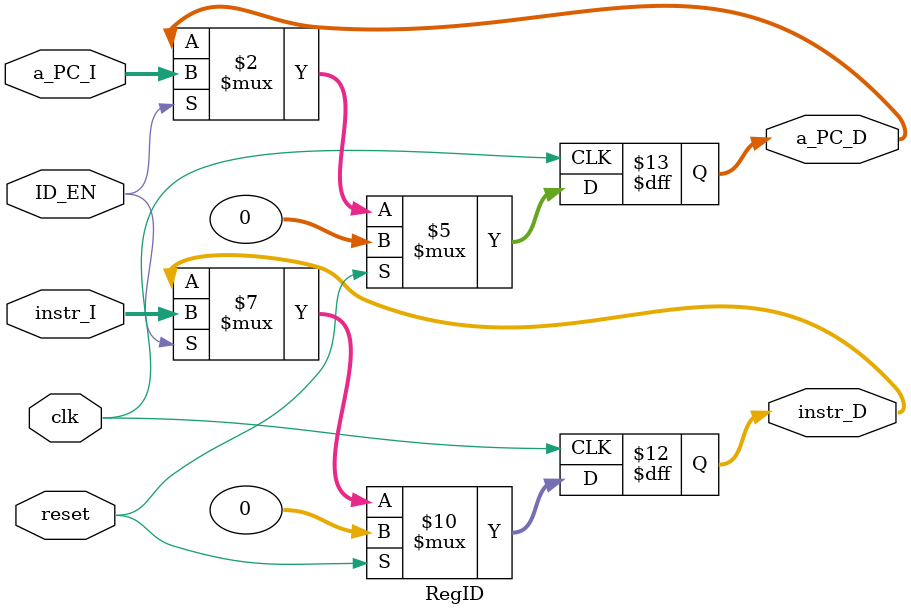
<source format=v>
`timescale 1ns / 1ps
module RegID(
        input clk, reset,
        input ID_EN,

        input [31:0] instr_I,
        input [31:0] a_PC_I,

        output reg [31:0] instr_D,
        output reg [31:0] a_PC_D
    );

    always @(posedge clk) begin
        if (reset) begin
            instr_D <= 32'd0;
            a_PC_D  <= 32'd0;
        end else if (ID_EN) begin
            instr_D <= instr_I;
            a_PC_D  <= a_PC_I;
        end
    end

endmodule

</source>
